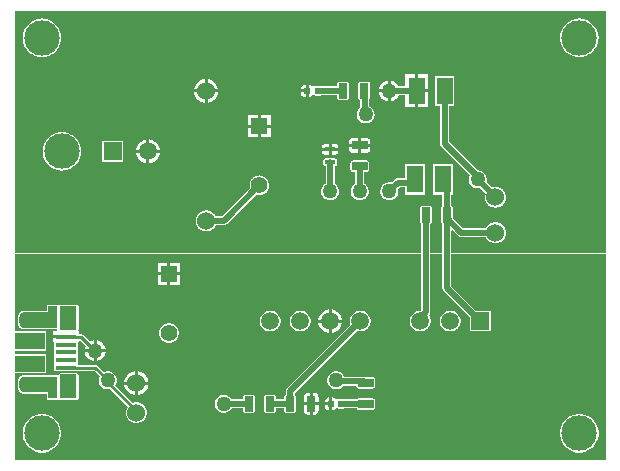
<source format=gtl>
G04*
G04 #@! TF.GenerationSoftware,Altium Limited,Altium Designer,21.7.1 (17)*
G04*
G04 Layer_Physical_Order=1*
G04 Layer_Color=255*
%FSLAX24Y24*%
%MOIN*%
G70*
G04*
G04 #@! TF.SameCoordinates,156F93F5-282F-4AE9-AA7B-D440BB6AA61E*
G04*
G04*
G04 #@! TF.FilePolarity,Positive*
G04*
G01*
G75*
%ADD15C,0.0100*%
%ADD16C,0.0197*%
%ADD17R,0.0689X0.0157*%
%ADD18R,0.0984X0.0561*%
%ADD19R,0.0563X0.0913*%
G04:AMPARAMS|DCode=20|XSize=51.2mil|YSize=29.9mil|CornerRadius=3.7mil|HoleSize=0mil|Usage=FLASHONLY|Rotation=90.000|XOffset=0mil|YOffset=0mil|HoleType=Round|Shape=RoundedRectangle|*
%AMROUNDEDRECTD20*
21,1,0.0512,0.0224,0,0,90.0*
21,1,0.0437,0.0299,0,0,90.0*
1,1,0.0075,0.0112,0.0219*
1,1,0.0075,0.0112,-0.0219*
1,1,0.0075,-0.0112,-0.0219*
1,1,0.0075,-0.0112,0.0219*
%
%ADD20ROUNDEDRECTD20*%
G04:AMPARAMS|DCode=21|XSize=51.2mil|YSize=29.9mil|CornerRadius=3.7mil|HoleSize=0mil|Usage=FLASHONLY|Rotation=180.000|XOffset=0mil|YOffset=0mil|HoleType=Round|Shape=RoundedRectangle|*
%AMROUNDEDRECTD21*
21,1,0.0512,0.0224,0,0,180.0*
21,1,0.0437,0.0299,0,0,180.0*
1,1,0.0075,-0.0219,0.0112*
1,1,0.0075,0.0219,0.0112*
1,1,0.0075,0.0219,-0.0112*
1,1,0.0075,-0.0219,-0.0112*
%
%ADD21ROUNDEDRECTD21*%
G04:AMPARAMS|DCode=22|XSize=21.7mil|YSize=19.7mil|CornerRadius=2.5mil|HoleSize=0mil|Usage=FLASHONLY|Rotation=270.000|XOffset=0mil|YOffset=0mil|HoleType=Round|Shape=RoundedRectangle|*
%AMROUNDEDRECTD22*
21,1,0.0217,0.0148,0,0,270.0*
21,1,0.0167,0.0197,0,0,270.0*
1,1,0.0049,-0.0074,-0.0084*
1,1,0.0049,-0.0074,0.0084*
1,1,0.0049,0.0074,0.0084*
1,1,0.0049,0.0074,-0.0084*
%
%ADD22ROUNDEDRECTD22*%
G04:AMPARAMS|DCode=23|XSize=15.7mil|YSize=35.4mil|CornerRadius=2mil|HoleSize=0mil|Usage=FLASHONLY|Rotation=270.000|XOffset=0mil|YOffset=0mil|HoleType=Round|Shape=RoundedRectangle|*
%AMROUNDEDRECTD23*
21,1,0.0157,0.0315,0,0,270.0*
21,1,0.0118,0.0354,0,0,270.0*
1,1,0.0039,-0.0157,-0.0059*
1,1,0.0039,-0.0157,0.0059*
1,1,0.0039,0.0157,0.0059*
1,1,0.0039,0.0157,-0.0059*
%
%ADD23ROUNDEDRECTD23*%
%ADD24C,0.0600*%
%ADD25R,0.0575X0.0787*%
%ADD45C,0.0551*%
%ADD46R,0.0551X0.0551*%
%ADD47C,0.1181*%
%ADD48R,0.0598X0.0598*%
%ADD49C,0.0598*%
%ADD50R,0.0594X0.0594*%
%ADD51C,0.0594*%
%ADD52O,0.0669X0.0472*%
%ADD53O,0.0551X0.0394*%
%ADD54C,0.0500*%
%ADD55C,0.1181*%
G36*
X19781Y7000D02*
X14633D01*
Y7737D01*
X14679Y7756D01*
X14863Y7572D01*
X14881Y7557D01*
X14901Y7545D01*
X14922Y7536D01*
X14945Y7530D01*
X14969Y7528D01*
X15785D01*
X15786Y7527D01*
X15802Y7497D01*
X15821Y7468D01*
X15843Y7442D01*
X15867Y7418D01*
X15894Y7396D01*
X15922Y7377D01*
X15953Y7360D01*
X15984Y7347D01*
X16017Y7337D01*
X16051Y7331D01*
X16085Y7327D01*
X16120D01*
X16154Y7331D01*
X16188Y7337D01*
X16220Y7347D01*
X16252Y7360D01*
X16283Y7377D01*
X16311Y7396D01*
X16338Y7418D01*
X16362Y7442D01*
X16384Y7468D01*
X16403Y7497D01*
X16419Y7527D01*
X16432Y7559D01*
X16442Y7592D01*
X16449Y7626D01*
X16452Y7660D01*
Y7694D01*
X16449Y7729D01*
X16442Y7762D01*
X16432Y7795D01*
X16419Y7827D01*
X16403Y7857D01*
X16384Y7886D01*
X16362Y7912D01*
X16338Y7937D01*
X16311Y7959D01*
X16283Y7978D01*
X16252Y7994D01*
X16220Y8007D01*
X16188Y8017D01*
X16154Y8024D01*
X16120Y8027D01*
X16085D01*
X16051Y8024D01*
X16017Y8017D01*
X15984Y8007D01*
X15953Y7994D01*
X15922Y7978D01*
X15894Y7959D01*
X15867Y7937D01*
X15843Y7912D01*
X15821Y7886D01*
X15802Y7857D01*
X15786Y7827D01*
X15785Y7826D01*
X15030D01*
X14684Y8172D01*
Y8486D01*
X14683Y8503D01*
X14678Y8520D01*
X14669Y8535D01*
X14659Y8548D01*
X14645Y8559D01*
X14633Y8566D01*
Y8942D01*
X14676D01*
Y9956D01*
X14013D01*
Y8942D01*
X14335D01*
Y8566D01*
X14323Y8559D01*
X14310Y8548D01*
X14299Y8535D01*
X14291Y8520D01*
X14286Y8503D01*
X14284Y8486D01*
Y8049D01*
X14286Y8032D01*
X14291Y8016D01*
X14299Y8000D01*
X14310Y7987D01*
X14323Y7976D01*
X14335Y7970D01*
Y7000D01*
X13928D01*
Y7970D01*
X13941Y7976D01*
X13954Y7987D01*
X13965Y8000D01*
X13973Y8016D01*
X13978Y8032D01*
X13980Y8049D01*
Y8486D01*
X13978Y8503D01*
X13973Y8520D01*
X13965Y8535D01*
X13954Y8548D01*
X13941Y8559D01*
X13925Y8567D01*
X13909Y8572D01*
X13892Y8574D01*
X13667D01*
X13650Y8572D01*
X13634Y8567D01*
X13619Y8559D01*
X13605Y8548D01*
X13594Y8535D01*
X13586Y8520D01*
X13581Y8503D01*
X13579Y8486D01*
Y8049D01*
X13581Y8032D01*
X13586Y8016D01*
X13594Y8000D01*
X13605Y7987D01*
X13619Y7976D01*
X13631Y7970D01*
Y7000D01*
X100D01*
Y14764D01*
X100Y14764D01*
Y15057D01*
X19781D01*
X19781Y7000D01*
D02*
G37*
G36*
X19780Y102D02*
X157Y102D01*
X102D01*
Y2978D01*
X1113D01*
Y3639D01*
X102D01*
Y3736D01*
X1113D01*
Y4397D01*
X102D01*
Y6946D01*
X13628D01*
Y5093D01*
X13607Y5071D01*
X13545D01*
X13457Y5048D01*
X13378Y5002D01*
X13313Y4937D01*
X13267Y4858D01*
X13244Y4770D01*
Y4679D01*
X13267Y4591D01*
X13313Y4511D01*
X13378Y4447D01*
X13457Y4401D01*
X13545Y4378D01*
X13636D01*
X13724Y4401D01*
X13804Y4447D01*
X13868Y4511D01*
X13914Y4591D01*
X13937Y4679D01*
Y4770D01*
X13914Y4858D01*
X13880Y4916D01*
X13887Y4923D01*
X13887Y4923D01*
X13919Y4972D01*
X13931Y5030D01*
Y6946D01*
X14333D01*
Y5831D01*
X14333Y5831D01*
X14344Y5773D01*
X14377Y5724D01*
X15244Y4857D01*
Y4378D01*
X15937D01*
Y5071D01*
X15458D01*
X14636Y5893D01*
Y6946D01*
X19780D01*
Y102D01*
D02*
G37*
%LPC*%
G36*
X18923Y14814D02*
X18872D01*
X18822Y14810D01*
X18773Y14802D01*
X18724Y14790D01*
X18676Y14775D01*
X18629Y14755D01*
X18584Y14733D01*
X18541Y14706D01*
X18501Y14677D01*
X18463Y14644D01*
X18427Y14608D01*
X18394Y14570D01*
X18365Y14529D01*
X18338Y14486D01*
X18315Y14442D01*
X18296Y14395D01*
X18281Y14347D01*
X18269Y14298D01*
X18261Y14249D01*
X18257Y14198D01*
Y14148D01*
X18261Y14098D01*
X18269Y14048D01*
X18281Y13999D01*
X18296Y13951D01*
X18315Y13905D01*
X18338Y13860D01*
X18365Y13817D01*
X18394Y13776D01*
X18427Y13738D01*
X18463Y13702D01*
X18501Y13670D01*
X18541Y13640D01*
X18584Y13614D01*
X18629Y13591D01*
X18676Y13572D01*
X18724Y13556D01*
X18773Y13544D01*
X18822Y13537D01*
X18872Y13533D01*
X18923D01*
X18973Y13537D01*
X19023Y13544D01*
X19072Y13556D01*
X19120Y13572D01*
X19166Y13591D01*
X19211Y13614D01*
X19254Y13640D01*
X19295Y13670D01*
X19333Y13702D01*
X19368Y13738D01*
X19401Y13776D01*
X19431Y13817D01*
X19457Y13860D01*
X19480Y13905D01*
X19499Y13951D01*
X19515Y13999D01*
X19526Y14048D01*
X19534Y14098D01*
X19538Y14148D01*
Y14198D01*
X19534Y14249D01*
X19526Y14298D01*
X19515Y14347D01*
X19499Y14395D01*
X19480Y14442D01*
X19457Y14486D01*
X19431Y14529D01*
X19401Y14570D01*
X19368Y14608D01*
X19333Y14644D01*
X19295Y14677D01*
X19254Y14706D01*
X19211Y14733D01*
X19166Y14755D01*
X19120Y14775D01*
X19072Y14790D01*
X19023Y14802D01*
X18973Y14810D01*
X18923Y14814D01*
D02*
G37*
G36*
X1009D02*
X959D01*
X909Y14810D01*
X859Y14802D01*
X810Y14790D01*
X762Y14775D01*
X716Y14755D01*
X671Y14733D01*
X628Y14706D01*
X587Y14677D01*
X549Y14644D01*
X514Y14608D01*
X481Y14570D01*
X451Y14529D01*
X425Y14486D01*
X402Y14442D01*
X383Y14395D01*
X367Y14347D01*
X356Y14298D01*
X348Y14249D01*
X344Y14198D01*
Y14148D01*
X348Y14098D01*
X356Y14048D01*
X367Y13999D01*
X383Y13951D01*
X402Y13905D01*
X425Y13860D01*
X451Y13817D01*
X481Y13776D01*
X514Y13738D01*
X549Y13702D01*
X587Y13670D01*
X628Y13640D01*
X671Y13614D01*
X716Y13591D01*
X762Y13572D01*
X810Y13556D01*
X859Y13544D01*
X909Y13537D01*
X959Y13533D01*
X1009D01*
X1060Y13537D01*
X1109Y13544D01*
X1158Y13556D01*
X1206Y13572D01*
X1253Y13591D01*
X1297Y13614D01*
X1340Y13640D01*
X1381Y13670D01*
X1419Y13702D01*
X1455Y13738D01*
X1488Y13776D01*
X1517Y13817D01*
X1544Y13860D01*
X1566Y13905D01*
X1586Y13951D01*
X1601Y13999D01*
X1613Y14048D01*
X1621Y14098D01*
X1625Y14148D01*
Y14198D01*
X1621Y14249D01*
X1613Y14298D01*
X1601Y14347D01*
X1586Y14395D01*
X1566Y14442D01*
X1544Y14486D01*
X1517Y14529D01*
X1488Y14570D01*
X1455Y14608D01*
X1419Y14644D01*
X1381Y14677D01*
X1340Y14706D01*
X1297Y14733D01*
X1253Y14755D01*
X1206Y14775D01*
X1158Y14790D01*
X1109Y14802D01*
X1060Y14810D01*
X1009Y14814D01*
D02*
G37*
G36*
X13420Y12958D02*
X13089D01*
Y12550D01*
X12876D01*
X12876Y12551D01*
X12860Y12582D01*
X12841Y12610D01*
X12819Y12637D01*
X12794Y12661D01*
X12768Y12683D01*
X12739Y12702D01*
X12709Y12718D01*
X12677Y12732D01*
X12644Y12741D01*
X12610Y12748D01*
X12609Y12748D01*
Y12402D01*
Y12055D01*
X12610Y12055D01*
X12644Y12062D01*
X12677Y12072D01*
X12709Y12085D01*
X12739Y12101D01*
X12768Y12120D01*
X12794Y12142D01*
X12819Y12166D01*
X12841Y12193D01*
X12860Y12221D01*
X12876Y12252D01*
X12876Y12253D01*
X13089D01*
Y11845D01*
X13420D01*
Y12402D01*
Y12958D01*
D02*
G37*
G36*
X11136Y12708D02*
X10911D01*
X10894Y12706D01*
X10878Y12701D01*
X10863Y12693D01*
X10849Y12682D01*
X10838Y12669D01*
X10830Y12654D01*
X10825Y12637D01*
X10824Y12620D01*
Y12550D01*
X10289D01*
X10282Y12554D01*
X10268Y12559D01*
X10253Y12560D01*
X10105D01*
X10091Y12559D01*
X10077Y12554D01*
X10064Y12548D01*
X10059Y12544D01*
X10031Y12543D01*
X10005Y12549D01*
X10000Y12552D01*
X9996Y12559D01*
X9983Y12574D01*
X9968Y12586D01*
X9951Y12597D01*
X9933Y12604D01*
X9914Y12609D01*
X9895Y12610D01*
X9871D01*
Y12402D01*
Y12193D01*
X9895D01*
X9914Y12194D01*
X9933Y12199D01*
X9951Y12207D01*
X9968Y12217D01*
X9983Y12230D01*
X9996Y12244D01*
X10000Y12252D01*
X10005Y12255D01*
X10031Y12260D01*
X10059Y12259D01*
X10064Y12256D01*
X10077Y12249D01*
X10091Y12244D01*
X10105Y12243D01*
X10253D01*
X10268Y12244D01*
X10282Y12249D01*
X10289Y12253D01*
X10824D01*
Y12183D01*
X10825Y12166D01*
X10830Y12149D01*
X10838Y12134D01*
X10849Y12121D01*
X10863Y12110D01*
X10878Y12102D01*
X10894Y12097D01*
X10911Y12095D01*
X11136D01*
X11153Y12097D01*
X11169Y12102D01*
X11185Y12110D01*
X11198Y12121D01*
X11209Y12134D01*
X11217Y12149D01*
X11222Y12166D01*
X11224Y12183D01*
Y12620D01*
X11222Y12637D01*
X11217Y12654D01*
X11209Y12669D01*
X11198Y12682D01*
X11185Y12693D01*
X11169Y12701D01*
X11153Y12706D01*
X11136Y12708D01*
D02*
G37*
G36*
X12509Y12748D02*
X12508Y12748D01*
X12474Y12741D01*
X12441Y12732D01*
X12409Y12718D01*
X12379Y12702D01*
X12350Y12683D01*
X12324Y12661D01*
X12299Y12637D01*
X12278Y12610D01*
X12258Y12582D01*
X12242Y12551D01*
X12229Y12520D01*
X12219Y12487D01*
X12212Y12453D01*
X12212Y12452D01*
X12509D01*
Y12748D01*
D02*
G37*
G36*
X6507Y12799D02*
Y12452D01*
X6854D01*
X6853Y12460D01*
X6845Y12499D01*
X6834Y12536D01*
X6819Y12573D01*
X6800Y12607D01*
X6778Y12640D01*
X6753Y12671D01*
X6726Y12698D01*
X6695Y12723D01*
X6663Y12745D01*
X6628Y12764D01*
X6592Y12779D01*
X6554Y12790D01*
X6515Y12798D01*
X6507Y12799D01*
D02*
G37*
G36*
X6407D02*
X6398Y12798D01*
X6359Y12790D01*
X6322Y12779D01*
X6285Y12764D01*
X6251Y12745D01*
X6218Y12723D01*
X6188Y12698D01*
X6160Y12671D01*
X6135Y12640D01*
X6113Y12607D01*
X6095Y12573D01*
X6080Y12536D01*
X6068Y12499D01*
X6061Y12460D01*
X6060Y12452D01*
X6407D01*
Y12799D01*
D02*
G37*
G36*
X13852Y12958D02*
X13520D01*
Y12452D01*
X13852D01*
Y12958D01*
D02*
G37*
G36*
X9771Y12610D02*
X9747D01*
X9728Y12609D01*
X9708Y12604D01*
X9690Y12597D01*
X9674Y12586D01*
X9659Y12574D01*
X9646Y12559D01*
X9636Y12542D01*
X9628Y12524D01*
X9624Y12505D01*
X9622Y12485D01*
Y12452D01*
X9771D01*
Y12610D01*
D02*
G37*
G36*
Y12352D02*
X9622D01*
Y12318D01*
X9624Y12298D01*
X9628Y12279D01*
X9636Y12261D01*
X9646Y12244D01*
X9659Y12230D01*
X9674Y12217D01*
X9690Y12207D01*
X9708Y12199D01*
X9728Y12194D01*
X9747Y12193D01*
X9771D01*
Y12352D01*
D02*
G37*
G36*
X12509Y12352D02*
X12212D01*
X12212Y12350D01*
X12219Y12316D01*
X12229Y12284D01*
X12242Y12252D01*
X12258Y12221D01*
X12278Y12193D01*
X12299Y12166D01*
X12324Y12142D01*
X12350Y12120D01*
X12379Y12101D01*
X12409Y12085D01*
X12441Y12072D01*
X12474Y12062D01*
X12508Y12055D01*
X12509Y12055D01*
Y12352D01*
D02*
G37*
G36*
X6854D02*
X6507D01*
Y12005D01*
X6515Y12005D01*
X6554Y12013D01*
X6592Y12025D01*
X6628Y12040D01*
X6663Y12058D01*
X6695Y12080D01*
X6726Y12105D01*
X6753Y12133D01*
X6778Y12163D01*
X6800Y12196D01*
X6819Y12230D01*
X6834Y12267D01*
X6845Y12304D01*
X6853Y12343D01*
X6854Y12352D01*
D02*
G37*
G36*
X6407D02*
X6060D01*
X6061Y12343D01*
X6068Y12304D01*
X6080Y12267D01*
X6095Y12230D01*
X6113Y12196D01*
X6135Y12163D01*
X6160Y12133D01*
X6188Y12105D01*
X6218Y12080D01*
X6251Y12058D01*
X6285Y12040D01*
X6322Y12025D01*
X6359Y12013D01*
X6398Y12005D01*
X6407Y12005D01*
Y12352D01*
D02*
G37*
G36*
X13852Y12352D02*
X13520D01*
Y11845D01*
X13852D01*
Y12352D01*
D02*
G37*
G36*
X11841Y12708D02*
X11616D01*
X11599Y12706D01*
X11583Y12701D01*
X11567Y12693D01*
X11554Y12682D01*
X11543Y12669D01*
X11535Y12654D01*
X11530Y12637D01*
X11528Y12620D01*
Y12183D01*
X11530Y12166D01*
X11535Y12149D01*
X11543Y12134D01*
X11554Y12121D01*
X11567Y12110D01*
X11583Y12102D01*
X11599Y12097D01*
X11601Y12097D01*
Y11861D01*
X11598Y11859D01*
X11571Y11838D01*
X11548Y11814D01*
X11527Y11788D01*
X11509Y11760D01*
X11494Y11729D01*
X11483Y11697D01*
X11475Y11665D01*
X11472Y11631D01*
Y11597D01*
X11475Y11564D01*
X11483Y11531D01*
X11494Y11499D01*
X11509Y11469D01*
X11527Y11440D01*
X11548Y11414D01*
X11571Y11390D01*
X11598Y11369D01*
X11626Y11351D01*
X11657Y11337D01*
X11688Y11325D01*
X11721Y11318D01*
X11755Y11314D01*
X11789D01*
X11822Y11318D01*
X11855Y11325D01*
X11887Y11337D01*
X11917Y11351D01*
X11946Y11369D01*
X11972Y11390D01*
X11996Y11414D01*
X12017Y11440D01*
X12035Y11469D01*
X12049Y11499D01*
X12060Y11531D01*
X12068Y11564D01*
X12072Y11597D01*
Y11631D01*
X12068Y11665D01*
X12060Y11697D01*
X12049Y11729D01*
X12035Y11760D01*
X12017Y11788D01*
X11996Y11814D01*
X11972Y11838D01*
X11946Y11859D01*
X11917Y11877D01*
X11899Y11886D01*
Y12118D01*
X11903Y12121D01*
X11914Y12134D01*
X11922Y12149D01*
X11927Y12166D01*
X11928Y12183D01*
Y12620D01*
X11927Y12637D01*
X11922Y12654D01*
X11914Y12669D01*
X11903Y12682D01*
X11889Y12693D01*
X11874Y12701D01*
X11858Y12706D01*
X11841Y12708D01*
D02*
G37*
G36*
X8604Y11596D02*
X8278D01*
Y11270D01*
X8604D01*
Y11596D01*
D02*
G37*
G36*
X8178D02*
X7853D01*
Y11270D01*
X8178D01*
Y11596D01*
D02*
G37*
G36*
X8604Y11170D02*
X8278D01*
Y10845D01*
X8604D01*
Y11170D01*
D02*
G37*
G36*
X8178D02*
X7853D01*
Y10845D01*
X8178D01*
Y11170D01*
D02*
G37*
G36*
X11793Y10837D02*
X11625D01*
Y10637D01*
X11931D01*
Y10699D01*
X11929Y10720D01*
X11924Y10741D01*
X11916Y10761D01*
X11905Y10780D01*
X11891Y10796D01*
X11874Y10810D01*
X11856Y10822D01*
X11836Y10830D01*
X11815Y10835D01*
X11793Y10837D01*
D02*
G37*
G36*
X11525D02*
X11356D01*
X11335Y10835D01*
X11314Y10830D01*
X11294Y10822D01*
X11275Y10810D01*
X11259Y10796D01*
X11245Y10780D01*
X11234Y10761D01*
X11225Y10741D01*
X11220Y10720D01*
X11218Y10699D01*
Y10637D01*
X11525D01*
Y10837D01*
D02*
G37*
G36*
X10748Y10632D02*
X10641D01*
Y10503D01*
X10868D01*
Y10512D01*
X10867Y10531D01*
X10862Y10549D01*
X10855Y10566D01*
X10845Y10582D01*
X10833Y10597D01*
X10819Y10609D01*
X10803Y10619D01*
X10785Y10626D01*
X10767Y10630D01*
X10748Y10632D01*
D02*
G37*
G36*
X10541D02*
X10433D01*
X10414Y10630D01*
X10396Y10626D01*
X10379Y10619D01*
X10362Y10609D01*
X10348Y10597D01*
X10336Y10582D01*
X10326Y10566D01*
X10319Y10549D01*
X10314Y10531D01*
X10313Y10512D01*
Y10503D01*
X10541D01*
Y10632D01*
D02*
G37*
G36*
X4568Y10780D02*
Y10434D01*
X4914D01*
X4913Y10443D01*
X4905Y10481D01*
X4894Y10519D01*
X4879Y10555D01*
X4861Y10589D01*
X4839Y10622D01*
X4814Y10652D01*
X4786Y10680D01*
X4756Y10705D01*
X4723Y10727D01*
X4689Y10745D01*
X4652Y10760D01*
X4615Y10772D01*
X4576Y10779D01*
X4568Y10780D01*
D02*
G37*
G36*
X4468D02*
X4459Y10779D01*
X4421Y10772D01*
X4383Y10760D01*
X4347Y10745D01*
X4312Y10727D01*
X4280Y10705D01*
X4249Y10680D01*
X4222Y10652D01*
X4197Y10622D01*
X4175Y10589D01*
X4156Y10555D01*
X4141Y10519D01*
X4130Y10481D01*
X4122Y10443D01*
X4121Y10434D01*
X4468D01*
Y10780D01*
D02*
G37*
G36*
X11931Y10537D02*
X11625D01*
Y10337D01*
X11793D01*
X11815Y10338D01*
X11836Y10343D01*
X11856Y10352D01*
X11874Y10363D01*
X11891Y10377D01*
X11905Y10393D01*
X11916Y10412D01*
X11924Y10432D01*
X11929Y10453D01*
X11931Y10474D01*
Y10537D01*
D02*
G37*
G36*
X11525D02*
X11218D01*
Y10474D01*
X11220Y10453D01*
X11225Y10432D01*
X11234Y10412D01*
X11245Y10393D01*
X11259Y10377D01*
X11275Y10363D01*
X11294Y10352D01*
X11314Y10343D01*
X11335Y10338D01*
X11356Y10337D01*
X11525D01*
Y10537D01*
D02*
G37*
G36*
X10868Y10403D02*
X10641D01*
Y10274D01*
X10748D01*
X10767Y10275D01*
X10785Y10280D01*
X10803Y10287D01*
X10819Y10297D01*
X10833Y10309D01*
X10845Y10323D01*
X10855Y10339D01*
X10862Y10357D01*
X10867Y10375D01*
X10868Y10394D01*
Y10403D01*
D02*
G37*
G36*
X10541D02*
X10313D01*
Y10394D01*
X10314Y10375D01*
X10319Y10357D01*
X10326Y10339D01*
X10336Y10323D01*
X10348Y10309D01*
X10362Y10297D01*
X10379Y10287D01*
X10396Y10280D01*
X10414Y10275D01*
X10433Y10274D01*
X10541D01*
Y10403D01*
D02*
G37*
G36*
X3686Y10733D02*
X2987D01*
Y10035D01*
X3686D01*
Y10733D01*
D02*
G37*
G36*
X4914Y10334D02*
X4568D01*
Y9988D01*
X4576Y9988D01*
X4615Y9996D01*
X4652Y10008D01*
X4689Y10023D01*
X4723Y10041D01*
X4756Y10063D01*
X4786Y10088D01*
X4814Y10115D01*
X4839Y10146D01*
X4861Y10178D01*
X4879Y10213D01*
X4894Y10249D01*
X4905Y10287D01*
X4913Y10325D01*
X4914Y10334D01*
D02*
G37*
G36*
X4468D02*
X4121D01*
X4122Y10325D01*
X4130Y10287D01*
X4141Y10249D01*
X4156Y10213D01*
X4175Y10178D01*
X4197Y10146D01*
X4222Y10115D01*
X4249Y10088D01*
X4280Y10063D01*
X4312Y10041D01*
X4347Y10023D01*
X4383Y10008D01*
X4421Y9996D01*
X4459Y9988D01*
X4468Y9988D01*
Y10334D01*
D02*
G37*
G36*
X1669Y11024D02*
X1619D01*
X1568Y11020D01*
X1519Y11013D01*
X1470Y11001D01*
X1422Y10985D01*
X1375Y10966D01*
X1330Y10943D01*
X1288Y10917D01*
X1247Y10887D01*
X1209Y10855D01*
X1173Y10819D01*
X1140Y10781D01*
X1111Y10740D01*
X1084Y10697D01*
X1062Y10652D01*
X1042Y10606D01*
X1027Y10558D01*
X1015Y10509D01*
X1007Y10459D01*
X1003Y10409D01*
Y10359D01*
X1007Y10309D01*
X1015Y10259D01*
X1027Y10210D01*
X1042Y10162D01*
X1062Y10115D01*
X1084Y10071D01*
X1111Y10028D01*
X1140Y9987D01*
X1173Y9949D01*
X1209Y9913D01*
X1247Y9880D01*
X1288Y9851D01*
X1330Y9825D01*
X1375Y9802D01*
X1422Y9782D01*
X1470Y9767D01*
X1519Y9755D01*
X1568Y9747D01*
X1619Y9743D01*
X1669D01*
X1719Y9747D01*
X1769Y9755D01*
X1818Y9767D01*
X1866Y9782D01*
X1912Y9802D01*
X1957Y9825D01*
X2000Y9851D01*
X2041Y9880D01*
X2079Y9913D01*
X2114Y9949D01*
X2147Y9987D01*
X2177Y10028D01*
X2203Y10071D01*
X2226Y10115D01*
X2245Y10162D01*
X2261Y10210D01*
X2272Y10259D01*
X2280Y10309D01*
X2284Y10359D01*
Y10409D01*
X2280Y10459D01*
X2272Y10509D01*
X2261Y10558D01*
X2245Y10606D01*
X2226Y10652D01*
X2203Y10697D01*
X2177Y10740D01*
X2147Y10781D01*
X2114Y10819D01*
X2079Y10855D01*
X2041Y10887D01*
X2000Y10917D01*
X1957Y10943D01*
X1912Y10966D01*
X1866Y10985D01*
X1818Y11001D01*
X1769Y11013D01*
X1719Y11020D01*
X1669Y11024D01*
D02*
G37*
G36*
X13743Y9956D02*
X13080D01*
Y9487D01*
X12842D01*
X12819Y9485D01*
X12796Y9480D01*
X12774Y9471D01*
X12754Y9458D01*
X12737Y9443D01*
X12638Y9345D01*
X12609Y9351D01*
X12576Y9355D01*
X12542D01*
X12509Y9351D01*
X12476Y9344D01*
X12444Y9333D01*
X12414Y9318D01*
X12385Y9300D01*
X12359Y9279D01*
X12335Y9255D01*
X12314Y9229D01*
X12296Y9200D01*
X12281Y9170D01*
X12270Y9138D01*
X12263Y9105D01*
X12259Y9072D01*
Y9038D01*
X12263Y9005D01*
X12270Y8972D01*
X12281Y8940D01*
X12296Y8910D01*
X12314Y8881D01*
X12335Y8855D01*
X12359Y8831D01*
X12385Y8810D01*
X12414Y8792D01*
X12444Y8778D01*
X12476Y8766D01*
X12509Y8759D01*
X12542Y8755D01*
X12576D01*
X12609Y8759D01*
X12642Y8766D01*
X12674Y8778D01*
X12704Y8792D01*
X12733Y8810D01*
X12759Y8831D01*
X12783Y8855D01*
X12804Y8881D01*
X12822Y8910D01*
X12837Y8940D01*
X12848Y8972D01*
X12855Y9005D01*
X12859Y9038D01*
Y9072D01*
X12855Y9105D01*
X12849Y9134D01*
X12904Y9189D01*
X13080D01*
Y8942D01*
X13743D01*
Y9956D01*
D02*
G37*
G36*
X8244Y9578D02*
X8212D01*
X8181Y9574D01*
X8149Y9568D01*
X8119Y9559D01*
X8089Y9547D01*
X8061Y9532D01*
X8034Y9514D01*
X8009Y9494D01*
X7987Y9471D01*
X7967Y9446D01*
X7949Y9420D01*
X7934Y9391D01*
X7921Y9362D01*
X7912Y9331D01*
X7906Y9300D01*
X7903Y9268D01*
Y9236D01*
X7906Y9204D01*
X7912Y9173D01*
X7918Y9152D01*
X6986Y8220D01*
X6774D01*
X6773Y8221D01*
X6757Y8251D01*
X6738Y8280D01*
X6716Y8306D01*
X6692Y8331D01*
X6665Y8352D01*
X6637Y8371D01*
X6607Y8388D01*
X6575Y8401D01*
X6542Y8411D01*
X6508Y8418D01*
X6474Y8421D01*
X6439D01*
X6405Y8418D01*
X6372Y8411D01*
X6339Y8401D01*
X6307Y8388D01*
X6277Y8371D01*
X6248Y8352D01*
X6221Y8331D01*
X6197Y8306D01*
X6175Y8280D01*
X6156Y8251D01*
X6140Y8221D01*
X6127Y8189D01*
X6117Y8156D01*
X6110Y8122D01*
X6107Y8088D01*
Y8054D01*
X6110Y8019D01*
X6117Y7986D01*
X6127Y7953D01*
X6140Y7921D01*
X6156Y7891D01*
X6175Y7862D01*
X6197Y7836D01*
X6221Y7811D01*
X6248Y7789D01*
X6277Y7770D01*
X6307Y7754D01*
X6339Y7741D01*
X6372Y7731D01*
X6405Y7724D01*
X6439Y7721D01*
X6474D01*
X6508Y7724D01*
X6542Y7731D01*
X6575Y7741D01*
X6607Y7754D01*
X6637Y7770D01*
X6665Y7789D01*
X6692Y7811D01*
X6716Y7836D01*
X6738Y7862D01*
X6757Y7891D01*
X6773Y7921D01*
X6774Y7922D01*
X7047D01*
X7071Y7924D01*
X7093Y7929D01*
X7115Y7938D01*
X7135Y7950D01*
X7153Y7966D01*
X8129Y8942D01*
X8149Y8936D01*
X8181Y8930D01*
X8212Y8926D01*
X8244D01*
X8276Y8930D01*
X8308Y8936D01*
X8338Y8945D01*
X8368Y8957D01*
X8396Y8972D01*
X8423Y8990D01*
X8447Y9010D01*
X8470Y9033D01*
X8490Y9058D01*
X8508Y9084D01*
X8523Y9113D01*
X8535Y9142D01*
X8545Y9173D01*
X8551Y9204D01*
X8554Y9236D01*
Y9268D01*
X8551Y9300D01*
X8545Y9331D01*
X8535Y9362D01*
X8523Y9391D01*
X8508Y9420D01*
X8490Y9446D01*
X8470Y9471D01*
X8447Y9494D01*
X8423Y9514D01*
X8396Y9532D01*
X8368Y9547D01*
X8338Y9559D01*
X8308Y9568D01*
X8276Y9574D01*
X8244Y9578D01*
D02*
G37*
G36*
X11793Y10082D02*
X11356D01*
X11339Y10080D01*
X11323Y10075D01*
X11308Y10067D01*
X11294Y10056D01*
X11283Y10043D01*
X11275Y10028D01*
X11270Y10011D01*
X11268Y9994D01*
Y9770D01*
X11270Y9753D01*
X11275Y9736D01*
X11283Y9721D01*
X11294Y9708D01*
X11308Y9697D01*
X11323Y9689D01*
X11339Y9684D01*
X11356Y9682D01*
X11426D01*
Y9316D01*
X11401Y9300D01*
X11375Y9279D01*
X11351Y9255D01*
X11330Y9229D01*
X11312Y9200D01*
X11297Y9170D01*
X11286Y9138D01*
X11279Y9105D01*
X11275Y9072D01*
Y9038D01*
X11279Y9005D01*
X11286Y8972D01*
X11297Y8940D01*
X11312Y8910D01*
X11330Y8881D01*
X11351Y8855D01*
X11375Y8831D01*
X11401Y8810D01*
X11429Y8792D01*
X11460Y8778D01*
X11492Y8766D01*
X11524Y8759D01*
X11558Y8755D01*
X11592D01*
X11625Y8759D01*
X11658Y8766D01*
X11690Y8778D01*
X11720Y8792D01*
X11749Y8810D01*
X11775Y8831D01*
X11799Y8855D01*
X11820Y8881D01*
X11838Y8910D01*
X11852Y8940D01*
X11864Y8972D01*
X11871Y9005D01*
X11875Y9038D01*
Y9072D01*
X11871Y9105D01*
X11864Y9138D01*
X11852Y9170D01*
X11838Y9200D01*
X11820Y9229D01*
X11799Y9255D01*
X11775Y9279D01*
X11749Y9300D01*
X11724Y9316D01*
Y9682D01*
X11793D01*
X11810Y9684D01*
X11827Y9689D01*
X11842Y9697D01*
X11855Y9708D01*
X11866Y9721D01*
X11874Y9736D01*
X11879Y9753D01*
X11881Y9770D01*
Y9994D01*
X11879Y10011D01*
X11874Y10028D01*
X11866Y10043D01*
X11855Y10056D01*
X11842Y10067D01*
X11827Y10075D01*
X11810Y10080D01*
X11793Y10082D01*
D02*
G37*
G36*
X10591Y10169D02*
X10567Y10167D01*
X10545Y10161D01*
X10523Y10152D01*
X10517Y10149D01*
X10433D01*
X10419Y10147D01*
X10406Y10143D01*
X10394Y10137D01*
X10384Y10128D01*
X10375Y10118D01*
X10368Y10106D01*
X10364Y10092D01*
X10363Y10079D01*
Y9961D01*
X10364Y9947D01*
X10368Y9934D01*
X10375Y9922D01*
X10384Y9911D01*
X10394Y9902D01*
X10406Y9896D01*
X10419Y9892D01*
X10433Y9891D01*
X10442D01*
Y9316D01*
X10417Y9300D01*
X10390Y9279D01*
X10367Y9255D01*
X10345Y9229D01*
X10328Y9200D01*
X10313Y9170D01*
X10302Y9138D01*
X10294Y9105D01*
X10291Y9072D01*
Y9038D01*
X10294Y9005D01*
X10302Y8972D01*
X10313Y8940D01*
X10328Y8910D01*
X10345Y8881D01*
X10367Y8855D01*
X10390Y8831D01*
X10417Y8810D01*
X10445Y8792D01*
X10476Y8778D01*
X10507Y8766D01*
X10540Y8759D01*
X10574Y8755D01*
X10607D01*
X10641Y8759D01*
X10674Y8766D01*
X10706Y8778D01*
X10736Y8792D01*
X10764Y8810D01*
X10791Y8831D01*
X10815Y8855D01*
X10836Y8881D01*
X10854Y8910D01*
X10868Y8940D01*
X10879Y8972D01*
X10887Y9005D01*
X10891Y9038D01*
Y9072D01*
X10887Y9105D01*
X10879Y9138D01*
X10868Y9170D01*
X10854Y9200D01*
X10836Y9229D01*
X10815Y9255D01*
X10791Y9279D01*
X10764Y9300D01*
X10739Y9316D01*
Y9891D01*
X10748D01*
X10762Y9892D01*
X10775Y9896D01*
X10787Y9902D01*
X10798Y9911D01*
X10806Y9922D01*
X10813Y9934D01*
X10817Y9947D01*
X10818Y9961D01*
Y10079D01*
X10817Y10092D01*
X10813Y10106D01*
X10806Y10118D01*
X10798Y10128D01*
X10787Y10137D01*
X10775Y10143D01*
X10762Y10147D01*
X10748Y10149D01*
X10664D01*
X10658Y10152D01*
X10637Y10161D01*
X10614Y10167D01*
X10591Y10169D01*
D02*
G37*
G36*
X14735Y12908D02*
X14072D01*
Y11895D01*
X14255D01*
Y10641D01*
X14256Y10618D01*
X14262Y10595D01*
X14271Y10574D01*
X14283Y10554D01*
X14298Y10536D01*
X15246Y9588D01*
X15234Y9564D01*
X15223Y9532D01*
X15216Y9499D01*
X15212Y9466D01*
Y9432D01*
X15216Y9398D01*
X15223Y9366D01*
X15234Y9334D01*
X15249Y9303D01*
X15267Y9275D01*
X15288Y9249D01*
X15312Y9225D01*
X15338Y9204D01*
X15366Y9186D01*
X15397Y9171D01*
X15429Y9160D01*
X15461Y9153D01*
X15495Y9149D01*
X15529D01*
X15562Y9153D01*
X15591Y9159D01*
X15773Y8977D01*
X15772Y8976D01*
X15762Y8943D01*
X15756Y8910D01*
X15752Y8875D01*
Y8841D01*
X15756Y8807D01*
X15762Y8773D01*
X15772Y8740D01*
X15786Y8708D01*
X15802Y8678D01*
X15821Y8650D01*
X15843Y8623D01*
X15867Y8599D01*
X15894Y8577D01*
X15922Y8558D01*
X15953Y8541D01*
X15984Y8528D01*
X16017Y8518D01*
X16051Y8512D01*
X16085Y8508D01*
X16120D01*
X16154Y8512D01*
X16188Y8518D01*
X16220Y8528D01*
X16252Y8541D01*
X16283Y8558D01*
X16311Y8577D01*
X16338Y8599D01*
X16362Y8623D01*
X16384Y8650D01*
X16403Y8678D01*
X16419Y8708D01*
X16432Y8740D01*
X16442Y8773D01*
X16449Y8807D01*
X16452Y8841D01*
Y8875D01*
X16449Y8910D01*
X16442Y8943D01*
X16432Y8976D01*
X16419Y9008D01*
X16403Y9038D01*
X16384Y9067D01*
X16362Y9094D01*
X16338Y9118D01*
X16311Y9140D01*
X16283Y9159D01*
X16252Y9175D01*
X16220Y9188D01*
X16188Y9198D01*
X16154Y9205D01*
X16120Y9208D01*
X16085D01*
X16051Y9205D01*
X16017Y9198D01*
X15984Y9188D01*
X15983Y9188D01*
X15801Y9370D01*
X15808Y9398D01*
X15812Y9432D01*
Y9466D01*
X15808Y9499D01*
X15801Y9532D01*
X15789Y9564D01*
X15775Y9594D01*
X15757Y9623D01*
X15736Y9649D01*
X15712Y9673D01*
X15686Y9694D01*
X15657Y9712D01*
X15627Y9726D01*
X15595Y9738D01*
X15562Y9745D01*
X15529Y9749D01*
X15506D01*
X14552Y10703D01*
Y11895D01*
X14735D01*
Y12908D01*
D02*
G37*
G36*
X5592Y6675D02*
X5267D01*
Y6349D01*
X5592D01*
Y6675D01*
D02*
G37*
G36*
X5167D02*
X4841D01*
Y6349D01*
X5167D01*
Y6675D01*
D02*
G37*
G36*
X5592Y6249D02*
X5267D01*
Y5924D01*
X5592D01*
Y6249D01*
D02*
G37*
G36*
X5167D02*
X4841D01*
Y5924D01*
X5167D01*
Y6249D01*
D02*
G37*
G36*
X1476Y5277D02*
X1201D01*
X1163Y5261D01*
X1147Y5223D01*
Y5070D01*
X394D01*
X392Y5070D01*
X391Y5070D01*
X376Y5069D01*
X374Y5069D01*
X373Y5069D01*
X358Y5068D01*
X354Y5066D01*
X350Y5066D01*
X343Y5064D01*
X342Y5064D01*
X341Y5064D01*
X333Y5062D01*
X333Y5062D01*
X319Y5057D01*
X316Y5054D01*
X311Y5054D01*
X296Y5046D01*
X294Y5045D01*
X292Y5044D01*
X278Y5036D01*
X277Y5034D01*
X274Y5033D01*
X261Y5024D01*
X260Y5022D01*
X258Y5021D01*
X246Y5011D01*
X245Y5007D01*
X241Y5006D01*
X230Y4993D01*
X230Y4991D01*
X228Y4990D01*
X218Y4977D01*
X217Y4974D01*
X214Y4971D01*
X206Y4957D01*
X206Y4955D01*
X205Y4954D01*
X198Y4940D01*
X198Y4936D01*
X195Y4932D01*
X190Y4916D01*
X190Y4913D01*
X188Y4910D01*
X186Y4898D01*
X186Y4896D01*
X185Y4895D01*
X183Y4880D01*
X184Y4878D01*
X183Y4876D01*
X182Y4862D01*
X183Y4860D01*
X182Y4859D01*
Y4662D01*
X183Y4660D01*
X182Y4659D01*
X183Y4642D01*
X184Y4639D01*
X184Y4636D01*
X186Y4620D01*
X188Y4618D01*
X187Y4615D01*
X191Y4599D01*
X193Y4597D01*
X193Y4593D01*
X199Y4578D01*
X201Y4576D01*
X202Y4572D01*
X209Y4560D01*
X209Y4559D01*
X209Y4558D01*
X217Y4546D01*
X219Y4544D01*
X220Y4540D01*
X230Y4527D01*
X233Y4525D01*
X235Y4522D01*
X245Y4511D01*
X246Y4511D01*
X247Y4510D01*
X258Y4500D01*
X261Y4498D01*
X263Y4495D01*
X275Y4487D01*
X277Y4486D01*
X278Y4485D01*
X291Y4477D01*
X295Y4476D01*
X298Y4473D01*
X312Y4467D01*
X314Y4467D01*
X315Y4465D01*
X328Y4461D01*
X330Y4461D01*
X332Y4459D01*
X338Y4457D01*
X340Y4458D01*
X341Y4457D01*
X348Y4455D01*
X349Y4455D01*
X350Y4455D01*
X358Y4453D01*
X358Y4453D01*
X358Y4453D01*
X366Y4451D01*
X370Y4452D01*
X374Y4451D01*
X383Y4450D01*
X384Y4451D01*
X385Y4450D01*
X1476D01*
X1478Y4450D01*
X1485Y4428D01*
X1450Y4378D01*
X1337D01*
Y4249D01*
X1781D01*
Y4149D01*
X1337D01*
Y4020D01*
X1387D01*
Y3559D01*
Y3303D01*
Y3047D01*
X2176D01*
Y3074D01*
X2712D01*
X2908Y2878D01*
X2900Y2866D01*
X2880Y2790D01*
Y2711D01*
X2900Y2634D01*
X2940Y2566D01*
X2996Y2510D01*
X3064Y2470D01*
X3140Y2450D01*
X3219D01*
X3263Y2462D01*
X3847Y1877D01*
X3808Y1808D01*
X3784Y1719D01*
Y1627D01*
X3808Y1538D01*
X3854Y1458D01*
X3919Y1393D01*
X3999Y1347D01*
X4088Y1323D01*
X4180D01*
X4269Y1347D01*
X4349Y1393D01*
X4414Y1458D01*
X4460Y1538D01*
X4484Y1627D01*
Y1719D01*
X4460Y1808D01*
X4414Y1888D01*
X4349Y1953D01*
X4269Y1999D01*
X4180Y2023D01*
X4088D01*
X4010Y2002D01*
X3430Y2583D01*
X3460Y2634D01*
X3480Y2711D01*
Y2790D01*
X3460Y2866D01*
X3420Y2934D01*
X3364Y2990D01*
X3296Y3030D01*
X3219Y3050D01*
X3140D01*
X3064Y3030D01*
X3052Y3022D01*
X2827Y3248D01*
X2794Y3270D01*
X2754Y3277D01*
X2176D01*
Y3559D01*
Y4020D01*
X2226D01*
Y4055D01*
X2276Y4076D01*
X2447Y3905D01*
X2430Y3875D01*
X2407Y3790D01*
X2706D01*
Y4089D01*
X2621Y4066D01*
X2591Y4049D01*
X2369Y4271D01*
X2336Y4293D01*
X2297Y4301D01*
X2261D01*
X2226Y4336D01*
X2226Y4378D01*
X2201Y4428D01*
X2204Y4435D01*
Y5223D01*
X2188Y5261D01*
X2150Y5277D01*
X1575D01*
X1537Y5261D01*
X1487Y5272D01*
X1476Y5277D01*
D02*
G37*
G36*
X10643Y5121D02*
X10641D01*
Y4774D01*
X10987D01*
Y4777D01*
X10960Y4878D01*
X10908Y4968D01*
X10834Y5042D01*
X10744Y5094D01*
X10643Y5121D01*
D02*
G37*
G36*
X10541D02*
X10538D01*
X10437Y5094D01*
X10347Y5042D01*
X10273Y4968D01*
X10221Y4878D01*
X10194Y4777D01*
Y4774D01*
X10541D01*
Y5121D01*
D02*
G37*
G36*
X14636Y5071D02*
X14545D01*
X14457Y5048D01*
X14378Y5002D01*
X14313Y4937D01*
X14267Y4858D01*
X14244Y4770D01*
Y4679D01*
X14267Y4591D01*
X14313Y4511D01*
X14378Y4447D01*
X14457Y4401D01*
X14545Y4378D01*
X14636D01*
X14724Y4401D01*
X14804Y4447D01*
X14868Y4511D01*
X14914Y4591D01*
X14937Y4679D01*
Y4770D01*
X14914Y4858D01*
X14868Y4937D01*
X14804Y5002D01*
X14724Y5048D01*
X14636Y5071D01*
D02*
G37*
G36*
X11636D02*
X11545D01*
X11457Y5048D01*
X11378Y5002D01*
X11313Y4937D01*
X11267Y4858D01*
X11244Y4770D01*
Y4679D01*
X11262Y4610D01*
X9149Y2497D01*
X9116Y2448D01*
X9105Y2390D01*
X9105Y2390D01*
Y2266D01*
X9081Y2250D01*
X9061Y2221D01*
X9055Y2187D01*
Y2120D01*
X8784D01*
Y2187D01*
X8777Y2221D01*
X8758Y2250D01*
X8729Y2269D01*
X8695Y2276D01*
X8470D01*
X8436Y2269D01*
X8407Y2250D01*
X8388Y2221D01*
X8381Y2187D01*
Y1750D01*
X8388Y1716D01*
X8407Y1687D01*
X8436Y1668D01*
X8470Y1661D01*
X8695D01*
X8729Y1668D01*
X8758Y1687D01*
X8777Y1716D01*
X8784Y1750D01*
Y1817D01*
X9055D01*
Y1750D01*
X9061Y1716D01*
X9081Y1687D01*
X9110Y1668D01*
X9144Y1661D01*
X9368D01*
X9402Y1668D01*
X9431Y1687D01*
X9450Y1716D01*
X9457Y1750D01*
Y2187D01*
X9450Y2221D01*
X9431Y2250D01*
X9407Y2266D01*
Y2327D01*
X11476Y4396D01*
X11545Y4378D01*
X11636D01*
X11724Y4401D01*
X11804Y4447D01*
X11868Y4511D01*
X11914Y4591D01*
X11937Y4679D01*
Y4770D01*
X11914Y4858D01*
X11868Y4937D01*
X11804Y5002D01*
X11724Y5048D01*
X11636Y5071D01*
D02*
G37*
G36*
X9636D02*
X9545D01*
X9457Y5048D01*
X9378Y5002D01*
X9313Y4937D01*
X9267Y4858D01*
X9244Y4770D01*
Y4679D01*
X9267Y4591D01*
X9313Y4511D01*
X9378Y4447D01*
X9457Y4401D01*
X9545Y4378D01*
X9636D01*
X9724Y4401D01*
X9804Y4447D01*
X9868Y4511D01*
X9914Y4591D01*
X9937Y4679D01*
Y4770D01*
X9914Y4858D01*
X9868Y4937D01*
X9804Y5002D01*
X9724Y5048D01*
X9636Y5071D01*
D02*
G37*
G36*
X8636D02*
X8545D01*
X8457Y5048D01*
X8378Y5002D01*
X8313Y4937D01*
X8267Y4858D01*
X8244Y4770D01*
Y4679D01*
X8267Y4591D01*
X8313Y4511D01*
X8378Y4447D01*
X8457Y4401D01*
X8545Y4378D01*
X8636D01*
X8724Y4401D01*
X8804Y4447D01*
X8868Y4511D01*
X8914Y4591D01*
X8937Y4679D01*
Y4770D01*
X8914Y4858D01*
X8868Y4937D01*
X8804Y5002D01*
X8724Y5048D01*
X8636Y5071D01*
D02*
G37*
G36*
X10987Y4674D02*
X10641D01*
Y4328D01*
X10643D01*
X10744Y4355D01*
X10834Y4407D01*
X10908Y4481D01*
X10960Y4571D01*
X10987Y4672D01*
Y4674D01*
D02*
G37*
G36*
X10541D02*
X10194D01*
Y4672D01*
X10221Y4571D01*
X10273Y4481D01*
X10347Y4407D01*
X10437Y4355D01*
X10538Y4328D01*
X10541D01*
Y4674D01*
D02*
G37*
G36*
X5259Y4656D02*
X5174D01*
X5091Y4634D01*
X5017Y4591D01*
X4956Y4531D01*
X4913Y4456D01*
X4891Y4374D01*
Y4288D01*
X4913Y4205D01*
X4956Y4131D01*
X5017Y4070D01*
X5091Y4027D01*
X5174Y4005D01*
X5259D01*
X5342Y4027D01*
X5416Y4070D01*
X5477Y4131D01*
X5520Y4205D01*
X5542Y4288D01*
Y4374D01*
X5520Y4456D01*
X5477Y4531D01*
X5416Y4591D01*
X5342Y4634D01*
X5259Y4656D01*
D02*
G37*
G36*
X2806Y4089D02*
Y3790D01*
X3105D01*
X3082Y3875D01*
X3036Y3955D01*
X2971Y4020D01*
X2891Y4066D01*
X2806Y4089D01*
D02*
G37*
G36*
X3105Y3690D02*
X2806D01*
Y3391D01*
X2891Y3414D01*
X2971Y3460D01*
X3036Y3525D01*
X3082Y3605D01*
X3105Y3690D01*
D02*
G37*
G36*
X2706D02*
X2407D01*
X2430Y3605D01*
X2476Y3525D01*
X2541Y3460D01*
X2621Y3414D01*
X2706Y3391D01*
Y3690D01*
D02*
G37*
G36*
X2150Y2993D02*
X1575D01*
X1537Y2977D01*
X1521Y2939D01*
X1476Y2925D01*
X385D01*
X384Y2924D01*
X383Y2924D01*
X374Y2924D01*
X370Y2922D01*
X366Y2923D01*
X358Y2922D01*
X358Y2921D01*
X358Y2921D01*
X350Y2920D01*
X349Y2919D01*
X348Y2920D01*
X341Y2918D01*
X340Y2917D01*
X338Y2917D01*
X332Y2915D01*
X330Y2914D01*
X328Y2914D01*
X315Y2909D01*
X314Y2908D01*
X312Y2908D01*
X298Y2902D01*
X295Y2899D01*
X291Y2898D01*
X278Y2889D01*
X277Y2888D01*
X275Y2888D01*
X263Y2880D01*
X261Y2876D01*
X258Y2875D01*
X247Y2865D01*
X246Y2864D01*
X245Y2863D01*
X235Y2853D01*
X233Y2849D01*
X230Y2847D01*
X220Y2834D01*
X219Y2831D01*
X217Y2829D01*
X210Y2817D01*
X209Y2816D01*
X209Y2815D01*
X202Y2802D01*
X201Y2799D01*
X199Y2797D01*
X193Y2781D01*
X193Y2778D01*
X191Y2776D01*
X187Y2760D01*
X188Y2757D01*
X186Y2755D01*
X184Y2738D01*
X184Y2735D01*
X183Y2732D01*
X182Y2715D01*
X183Y2714D01*
X182Y2713D01*
Y2516D01*
X183Y2515D01*
X182Y2513D01*
X183Y2499D01*
X184Y2496D01*
X183Y2494D01*
X185Y2480D01*
X186Y2478D01*
X186Y2477D01*
X188Y2464D01*
X190Y2462D01*
X190Y2458D01*
X195Y2442D01*
X198Y2439D01*
X198Y2435D01*
X205Y2420D01*
X206Y2419D01*
X206Y2418D01*
X214Y2404D01*
X217Y2401D01*
X218Y2397D01*
X228Y2384D01*
X230Y2383D01*
X230Y2381D01*
X241Y2369D01*
X245Y2367D01*
X246Y2364D01*
X258Y2354D01*
X260Y2353D01*
X261Y2351D01*
X274Y2342D01*
X277Y2341D01*
X278Y2339D01*
X292Y2330D01*
X294Y2330D01*
X296Y2328D01*
X311Y2321D01*
X316Y2320D01*
X319Y2317D01*
X333Y2313D01*
X333Y2313D01*
X341Y2311D01*
X342Y2311D01*
X343Y2310D01*
X350Y2308D01*
X354Y2309D01*
X358Y2307D01*
X373Y2306D01*
X374Y2306D01*
X376Y2305D01*
X391Y2305D01*
X392Y2305D01*
X394Y2304D01*
X1147D01*
Y2152D01*
X1163Y2114D01*
X1201Y2098D01*
X1476D01*
X1515Y2114D01*
X1564Y2102D01*
X1575Y2098D01*
X2150D01*
X2188Y2113D01*
X2204Y2152D01*
Y2939D01*
X2188Y2977D01*
X2150Y2993D01*
D02*
G37*
G36*
X4187Y3057D02*
X4184D01*
Y2707D01*
X4534D01*
Y2710D01*
X4507Y2812D01*
X4454Y2903D01*
X4379Y2978D01*
X4288Y3030D01*
X4187Y3057D01*
D02*
G37*
G36*
X4084D02*
X4081D01*
X3979Y3030D01*
X3888Y2978D01*
X3814Y2903D01*
X3761Y2812D01*
X3734Y2710D01*
Y2707D01*
X4084D01*
Y3057D01*
D02*
G37*
G36*
X10827Y3056D02*
X10748D01*
X10672Y3035D01*
X10603Y2996D01*
X10547Y2940D01*
X10508Y2872D01*
X10487Y2795D01*
Y2716D01*
X10508Y2640D01*
X10547Y2572D01*
X10603Y2516D01*
X10672Y2476D01*
X10748Y2456D01*
X10827D01*
X10903Y2476D01*
X10972Y2516D01*
X11019Y2563D01*
X11464D01*
Y2561D01*
X11471Y2527D01*
X11490Y2498D01*
X11519Y2479D01*
X11553Y2472D01*
X11990D01*
X12024Y2479D01*
X12053Y2498D01*
X12072Y2527D01*
X12079Y2561D01*
Y2785D01*
X12072Y2820D01*
X12053Y2848D01*
X12024Y2868D01*
X11990Y2875D01*
X11553D01*
X11519Y2868D01*
X11516Y2866D01*
X11069D01*
X11067Y2872D01*
X11027Y2940D01*
X10972Y2996D01*
X10903Y3035D01*
X10827Y3056D01*
D02*
G37*
G36*
X4534Y2607D02*
X4184D01*
Y2257D01*
X4187D01*
X4288Y2285D01*
X4379Y2337D01*
X4454Y2412D01*
X4507Y2503D01*
X4534Y2605D01*
Y2607D01*
D02*
G37*
G36*
X4084D02*
X3734D01*
Y2605D01*
X3761Y2503D01*
X3814Y2412D01*
X3888Y2337D01*
X3979Y2285D01*
X4081Y2257D01*
X4084D01*
Y2607D01*
D02*
G37*
G36*
X7990Y2276D02*
X7766D01*
X7732Y2269D01*
X7703Y2250D01*
X7683Y2221D01*
X7677Y2187D01*
Y2120D01*
X7306D01*
X7287Y2153D01*
X7231Y2209D01*
X7163Y2248D01*
X7087Y2269D01*
X7008D01*
X6931Y2248D01*
X6863Y2209D01*
X6807Y2153D01*
X6768Y2084D01*
X6747Y2008D01*
Y1929D01*
X6768Y1853D01*
X6807Y1784D01*
X6863Y1728D01*
X6931Y1689D01*
X7008Y1669D01*
X7087D01*
X7163Y1689D01*
X7231Y1728D01*
X7287Y1784D01*
X7306Y1817D01*
X7677D01*
Y1750D01*
X7683Y1716D01*
X7703Y1687D01*
X7732Y1668D01*
X7766Y1661D01*
X7990D01*
X8024Y1668D01*
X8053Y1687D01*
X8072Y1716D01*
X8079Y1750D01*
Y2187D01*
X8072Y2221D01*
X8053Y2250D01*
X8024Y2269D01*
X7990Y2276D01*
D02*
G37*
G36*
X10073Y2327D02*
X10011D01*
Y2018D01*
X10213D01*
Y2187D01*
X10202Y2241D01*
X10172Y2286D01*
X10126Y2316D01*
X10073Y2327D01*
D02*
G37*
G36*
X9911D02*
X9848D01*
X9795Y2316D01*
X9749Y2286D01*
X9719Y2241D01*
X9708Y2187D01*
Y2018D01*
X9911D01*
Y2327D01*
D02*
G37*
G36*
X10558Y2179D02*
X10534D01*
X10486Y2170D01*
X10445Y2142D01*
X10417Y2101D01*
X10407Y2052D01*
Y2018D01*
X10558D01*
Y2179D01*
D02*
G37*
G36*
X10682D02*
X10658D01*
Y1969D01*
Y1758D01*
X10682D01*
X10731Y1767D01*
X10772Y1795D01*
X10787Y1818D01*
X10811Y1824D01*
X10841Y1827D01*
X10848Y1825D01*
X10864Y1815D01*
X10893Y1809D01*
X11040D01*
X11069Y1815D01*
X11073Y1817D01*
X11474D01*
X11490Y1793D01*
X11519Y1774D01*
X11553Y1767D01*
X11990D01*
X12024Y1774D01*
X12053Y1793D01*
X12072Y1822D01*
X12079Y1856D01*
Y2081D01*
X12072Y2115D01*
X12053Y2144D01*
X12024Y2163D01*
X11990Y2170D01*
X11553D01*
X11519Y2163D01*
X11490Y2144D01*
X11474Y2120D01*
X11073D01*
X11069Y2122D01*
X11040Y2128D01*
X10893D01*
X10864Y2122D01*
X10848Y2112D01*
X10841Y2110D01*
X10811Y2113D01*
X10787Y2119D01*
X10772Y2142D01*
X10731Y2170D01*
X10682Y2179D01*
D02*
G37*
G36*
X10558Y1919D02*
X10407D01*
Y1885D01*
X10417Y1836D01*
X10445Y1795D01*
X10486Y1767D01*
X10534Y1758D01*
X10558D01*
Y1919D01*
D02*
G37*
G36*
X10213Y1919D02*
X10011D01*
Y1610D01*
X10073D01*
X10126Y1621D01*
X10172Y1651D01*
X10202Y1696D01*
X10213Y1750D01*
Y1919D01*
D02*
G37*
G36*
X9911D02*
X9708D01*
Y1750D01*
X9719Y1696D01*
X9749Y1651D01*
X9795Y1621D01*
X9848Y1610D01*
X9911D01*
Y1919D01*
D02*
G37*
G36*
X18961Y1625D02*
X18835D01*
X18711Y1600D01*
X18594Y1552D01*
X18489Y1482D01*
X18400Y1393D01*
X18330Y1288D01*
X18282Y1171D01*
X18257Y1047D01*
Y921D01*
X18282Y797D01*
X18330Y681D01*
X18400Y576D01*
X18489Y487D01*
X18594Y417D01*
X18711Y368D01*
X18835Y344D01*
X18961D01*
X19084Y368D01*
X19201Y417D01*
X19306Y487D01*
X19395Y576D01*
X19465Y681D01*
X19514Y797D01*
X19538Y921D01*
Y1047D01*
X19514Y1171D01*
X19465Y1288D01*
X19395Y1393D01*
X19306Y1482D01*
X19201Y1552D01*
X19084Y1600D01*
X18961Y1625D01*
D02*
G37*
G36*
X1047D02*
X921D01*
X797Y1600D01*
X681Y1552D01*
X576Y1482D01*
X487Y1393D01*
X417Y1288D01*
X368Y1171D01*
X344Y1047D01*
Y921D01*
X368Y797D01*
X417Y681D01*
X487Y576D01*
X576Y487D01*
X681Y417D01*
X797Y368D01*
X921Y344D01*
X1047D01*
X1171Y368D01*
X1288Y417D01*
X1393Y487D01*
X1482Y576D01*
X1552Y681D01*
X1600Y797D01*
X1625Y921D01*
Y1047D01*
X1600Y1171D01*
X1552Y1288D01*
X1482Y1393D01*
X1393Y1482D01*
X1288Y1552D01*
X1171Y1600D01*
X1047Y1625D01*
D02*
G37*
%LPD*%
G36*
X1476Y4504D02*
X385D01*
X376Y4505D01*
X368Y4506D01*
X360Y4508D01*
X354Y4509D01*
X347Y4511D01*
X334Y4516D01*
X320Y4522D01*
X306Y4531D01*
X294Y4539D01*
X283Y4550D01*
X273Y4560D01*
X263Y4573D01*
X256Y4585D01*
X250Y4598D01*
X244Y4613D01*
X240Y4628D01*
X237Y4645D01*
X236Y4662D01*
Y4859D01*
X237Y4873D01*
X239Y4888D01*
X241Y4900D01*
X246Y4916D01*
X254Y4931D01*
X261Y4945D01*
X271Y4958D01*
X282Y4970D01*
X294Y4980D01*
X306Y4990D01*
X320Y4998D01*
X335Y5005D01*
X349Y5010D01*
X356Y5012D01*
X363Y5014D01*
X378Y5015D01*
X394Y5016D01*
X1201D01*
Y5223D01*
X1476D01*
Y4504D01*
D02*
G37*
G36*
X1476Y2152D02*
X1201D01*
Y2359D01*
X394D01*
X378Y2359D01*
X363Y2361D01*
X356Y2363D01*
X349Y2365D01*
X335Y2369D01*
X320Y2377D01*
X306Y2385D01*
X294Y2394D01*
X282Y2405D01*
X271Y2417D01*
X261Y2430D01*
X254Y2444D01*
X246Y2459D01*
X241Y2475D01*
X239Y2487D01*
X237Y2501D01*
X236Y2516D01*
Y2713D01*
X237Y2730D01*
X240Y2746D01*
X244Y2762D01*
X250Y2777D01*
X256Y2790D01*
X263Y2802D01*
X273Y2815D01*
X283Y2825D01*
X294Y2835D01*
X306Y2844D01*
X320Y2852D01*
X334Y2859D01*
X347Y2863D01*
X354Y2865D01*
X360Y2867D01*
X368Y2868D01*
X376Y2870D01*
X385Y2870D01*
X1476D01*
Y2152D01*
D02*
G37*
D15*
X3180Y2689D02*
X4134Y1735D01*
X3180Y2689D02*
Y2750D01*
X4134Y1673D02*
Y1735D01*
X2297Y4199D02*
X2756Y3740D01*
X1781Y4199D02*
X2297D01*
X1781Y3176D02*
X2754D01*
X3180Y2750D01*
X10787Y2756D02*
X10829Y2715D01*
X11728Y12402D02*
X11750Y12380D01*
Y11636D02*
X11772Y11614D01*
X11575Y9882D02*
X11577Y9884D01*
X12559Y9055D02*
X12559D01*
X15512Y9449D02*
Y9449D01*
X9959Y1967D02*
X9961Y1969D01*
X13470Y9569D02*
Y9646D01*
X13239Y9338D02*
X13470Y9569D01*
X10967Y1969D02*
X10967Y1969D01*
X11730Y2715D02*
X11772Y2673D01*
X15512Y9449D02*
Y9533D01*
D16*
X14484Y5831D02*
Y8161D01*
Y5831D02*
X15591Y4724D01*
X10591Y9055D02*
Y10020D01*
X9256Y2390D02*
X11591Y4724D01*
X14484Y8161D02*
X14969Y7677D01*
X16102D01*
X13591Y4841D02*
X13780Y5030D01*
Y8268D01*
X14344Y9449D02*
X14484Y9309D01*
Y8161D02*
Y9309D01*
X11750Y11636D02*
Y12380D01*
X10179Y12402D02*
X11024D01*
X11024Y12402D01*
X7047Y8071D02*
X8228Y9252D01*
X6457Y8071D02*
X7047D01*
X12559Y9055D02*
X12842Y9338D01*
X13239D01*
X11575Y9055D02*
Y9882D01*
X14404Y10641D02*
Y12402D01*
X13591Y4724D02*
Y4841D01*
X7047Y1969D02*
X7878D01*
X9256D02*
Y2390D01*
X10829Y2715D02*
X11730D01*
X8583Y1969D02*
X9256D01*
X10967D02*
X11772D01*
X15512Y9449D02*
X16102Y8858D01*
X12559Y12402D02*
X13470D01*
X14404Y10641D02*
X15512Y9533D01*
D17*
X1781Y3687D02*
D03*
Y3943D02*
D03*
Y4199D02*
D03*
Y3431D02*
D03*
Y3176D02*
D03*
D18*
X571Y4066D02*
D03*
Y3308D02*
D03*
D19*
X14404Y12402D02*
D03*
X13470D02*
D03*
X14344Y9449D02*
D03*
X13411D02*
D03*
D20*
X13780Y8268D02*
D03*
X14484D02*
D03*
X11728Y12402D02*
D03*
X11024D02*
D03*
X9961Y1969D02*
D03*
X9256D02*
D03*
X7878D02*
D03*
X8583D02*
D03*
D21*
X11772Y2673D02*
D03*
Y1969D02*
D03*
X11575Y9882D02*
D03*
Y10587D02*
D03*
D22*
X10608Y1969D02*
D03*
X10967D02*
D03*
X9821Y12402D02*
D03*
X10179D02*
D03*
D23*
X10591Y10453D02*
D03*
Y10020D02*
D03*
D24*
X4134Y2657D02*
D03*
Y1673D02*
D03*
X16102Y8858D02*
D03*
Y7677D02*
D03*
X6457Y8071D02*
D03*
Y12402D02*
D03*
D25*
X1862Y2545D02*
D03*
Y4829D02*
D03*
D45*
X5217Y4331D02*
D03*
X8228Y9252D02*
D03*
D46*
X5217Y6299D02*
D03*
X8228Y11220D02*
D03*
D47*
X1644Y10384D02*
D03*
D48*
X3337D02*
D03*
D49*
X4518D02*
D03*
D50*
X15591Y4724D02*
D03*
D51*
X14591D02*
D03*
X13591D02*
D03*
X11591D02*
D03*
X10591D02*
D03*
X9591D02*
D03*
X8591D02*
D03*
D52*
X669Y2614D02*
D03*
Y4760D02*
D03*
D53*
X1862Y2733D02*
D03*
Y4642D02*
D03*
D54*
X2756Y3740D02*
D03*
X3180Y2750D02*
D03*
X10591Y9055D02*
D03*
X10787Y2756D02*
D03*
X15512Y9449D02*
D03*
X11772Y11614D02*
D03*
X11575Y9055D02*
D03*
X12559Y12402D02*
D03*
Y9055D02*
D03*
X7047Y1969D02*
D03*
D55*
X984Y14173D02*
D03*
X18898D02*
D03*
Y984D02*
D03*
X984D02*
D03*
M02*

</source>
